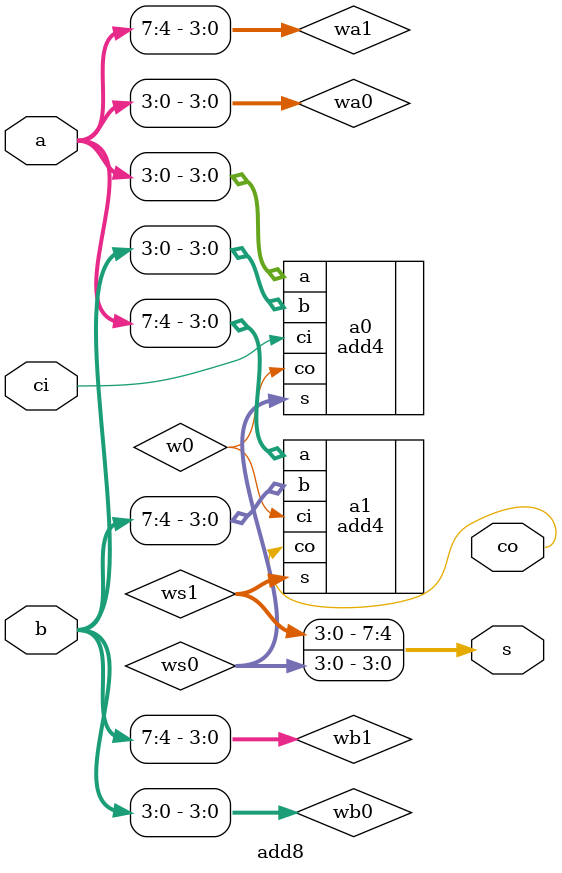
<source format=v>
`timescale 1ns/1ns

module add8(a, b, ci, co, s);   /* moduleの定義開始 */
	input  [7:0] a, b;          /* input port (8bit) */
	input        ci;            /* input port (1bit) */
	output       co;            /* output port (1bit) */
	output [7:0] s;             /* output port (8bit) */
	wire         w0;            /* wire (1bit) */
	wire   [3:0] wa0, wb0, ws0; /* wire (4bit) */
	wire   [3:0] wa1, wb1, ws1; /* wire (4bit) */
	
	/* assign文(wireの接続) */
	assign wa0 = a[3:0];
	assign wa1 = a[7:4];
	assign wb0 = b[3:0];
	assign wb1 = b[7:4];
	
	/* instance文(下位moduleの接続) */
	add4 a0(.a(wa0), .b(wb0), .ci(ci), .co(w0), .s(ws0));
	add4 a1(.a(wa1), .b(wb1), .ci(w0), .co(co), .s(ws1));
	
	/* assign文(output portの接続) */
	assign s = { ws1, ws0 };
	
endmodule /* moduleの定義終了 */

</source>
